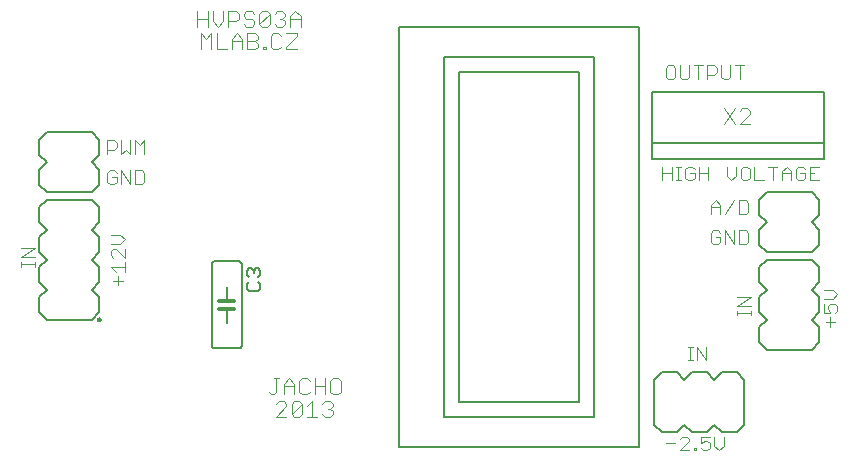
<source format=gbr>
G75*
G70*
%OFA0B0*%
%FSLAX24Y24*%
%IPPOS*%
%LPD*%
%AMOC8*
5,1,8,0,0,1.08239X$1,22.5*
%
%ADD10C,0.0040*%
%ADD11C,0.0050*%
%ADD12C,0.0120*%
%ADD13C,0.0060*%
D10*
X008945Y005375D02*
X009032Y005288D01*
X009118Y005288D01*
X009205Y005375D01*
X009205Y005809D01*
X009118Y005809D02*
X009292Y005809D01*
X009461Y005635D02*
X009634Y005809D01*
X009808Y005635D01*
X009808Y005288D01*
X009976Y005375D02*
X010063Y005288D01*
X010237Y005288D01*
X010323Y005375D01*
X010492Y005288D02*
X010492Y005809D01*
X010323Y005722D02*
X010237Y005809D01*
X010063Y005809D01*
X009976Y005722D01*
X009976Y005375D01*
X009808Y005549D02*
X009461Y005549D01*
X009461Y005635D02*
X009461Y005288D01*
X009455Y005059D02*
X009282Y005059D01*
X009195Y004972D01*
X009455Y005059D02*
X009542Y004972D01*
X009542Y004885D01*
X009195Y004538D01*
X009542Y004538D01*
X009711Y004625D02*
X010058Y004972D01*
X010058Y004625D01*
X009971Y004538D01*
X009797Y004538D01*
X009711Y004625D01*
X009711Y004972D01*
X009797Y005059D01*
X009971Y005059D01*
X010058Y004972D01*
X010226Y004885D02*
X010400Y005059D01*
X010400Y004538D01*
X010573Y004538D02*
X010226Y004538D01*
X010742Y004625D02*
X010829Y004538D01*
X011002Y004538D01*
X011089Y004625D01*
X011089Y004712D01*
X011002Y004799D01*
X010915Y004799D01*
X011002Y004799D02*
X011089Y004885D01*
X011089Y004972D01*
X011002Y005059D01*
X010829Y005059D01*
X010742Y004972D01*
X010839Y005288D02*
X010839Y005809D01*
X011008Y005722D02*
X011094Y005809D01*
X011268Y005809D01*
X011355Y005722D01*
X011355Y005375D01*
X011268Y005288D01*
X011094Y005288D01*
X011008Y005375D01*
X011008Y005722D01*
X010839Y005549D02*
X010492Y005549D01*
X004078Y009067D02*
X003771Y009067D01*
X003925Y008913D02*
X003925Y009220D01*
X003848Y009374D02*
X003695Y009527D01*
X004155Y009527D01*
X004155Y009374D02*
X004155Y009681D01*
X004155Y009834D02*
X003848Y010141D01*
X003771Y010141D01*
X003695Y010064D01*
X003695Y009911D01*
X003771Y009834D01*
X004155Y009834D02*
X004155Y010141D01*
X004002Y010294D02*
X004155Y010448D01*
X004002Y010601D01*
X003695Y010601D01*
X003695Y010294D02*
X004002Y010294D01*
X001155Y010152D02*
X000695Y010152D01*
X000695Y009845D02*
X001155Y010152D01*
X001155Y009845D02*
X000695Y009845D01*
X000695Y009692D02*
X000695Y009538D01*
X000695Y009615D02*
X001155Y009615D01*
X001155Y009538D02*
X001155Y009692D01*
X003647Y012288D02*
X003800Y012288D01*
X003877Y012365D01*
X003877Y012519D01*
X003723Y012519D01*
X003570Y012672D02*
X003570Y012365D01*
X003647Y012288D01*
X004030Y012288D02*
X004030Y012749D01*
X004337Y012288D01*
X004337Y012749D01*
X004491Y012749D02*
X004721Y012749D01*
X004798Y012672D01*
X004798Y012365D01*
X004721Y012288D01*
X004491Y012288D01*
X004491Y012749D01*
X003877Y012672D02*
X003800Y012749D01*
X003647Y012749D01*
X003570Y012672D01*
X003570Y013288D02*
X003570Y013749D01*
X003800Y013749D01*
X003877Y013672D01*
X003877Y013519D01*
X003800Y013442D01*
X003570Y013442D01*
X004030Y013288D02*
X004030Y013749D01*
X004337Y013749D02*
X004337Y013288D01*
X004184Y013442D01*
X004030Y013288D01*
X004491Y013288D02*
X004491Y013749D01*
X004644Y013595D01*
X004798Y013749D01*
X004798Y013288D01*
X006695Y016788D02*
X006695Y017309D01*
X006868Y017135D01*
X007042Y017309D01*
X007042Y016788D01*
X007211Y016788D02*
X007558Y016788D01*
X007726Y016788D02*
X007726Y017135D01*
X007900Y017309D01*
X008073Y017135D01*
X008073Y016788D01*
X008242Y016788D02*
X008502Y016788D01*
X008589Y016875D01*
X008589Y016962D01*
X008502Y017049D01*
X008242Y017049D01*
X008073Y017049D02*
X007726Y017049D01*
X007211Y017309D02*
X007211Y016788D01*
X008242Y016788D02*
X008242Y017309D01*
X008502Y017309D01*
X008589Y017222D01*
X008589Y017135D01*
X008502Y017049D01*
X008758Y016875D02*
X008844Y016875D01*
X008844Y016788D01*
X008758Y016788D01*
X008758Y016875D01*
X009015Y016875D02*
X009102Y016788D01*
X009276Y016788D01*
X009362Y016875D01*
X009531Y016875D02*
X009531Y016788D01*
X009878Y016788D01*
X009531Y016875D02*
X009878Y017222D01*
X009878Y017309D01*
X009531Y017309D01*
X009362Y017222D02*
X009276Y017309D01*
X009102Y017309D01*
X009015Y017222D01*
X009015Y016875D01*
X008893Y017538D02*
X008719Y017538D01*
X008633Y017625D01*
X008980Y017972D01*
X008980Y017625D01*
X008893Y017538D01*
X009148Y017625D02*
X009235Y017538D01*
X009408Y017538D01*
X009495Y017625D01*
X009495Y017712D01*
X009408Y017799D01*
X009322Y017799D01*
X009408Y017799D02*
X009495Y017885D01*
X009495Y017972D01*
X009408Y018059D01*
X009235Y018059D01*
X009148Y017972D01*
X008980Y017972D02*
X008893Y018059D01*
X008719Y018059D01*
X008633Y017972D01*
X008633Y017625D01*
X008464Y017625D02*
X008377Y017538D01*
X008204Y017538D01*
X008117Y017625D01*
X008204Y017799D02*
X008377Y017799D01*
X008464Y017712D01*
X008464Y017625D01*
X008204Y017799D02*
X008117Y017885D01*
X008117Y017972D01*
X008204Y018059D01*
X008377Y018059D01*
X008464Y017972D01*
X007948Y017972D02*
X007948Y017799D01*
X007862Y017712D01*
X007601Y017712D01*
X007433Y017712D02*
X007433Y018059D01*
X007601Y018059D02*
X007862Y018059D01*
X007948Y017972D01*
X007601Y018059D02*
X007601Y017538D01*
X007433Y017712D02*
X007259Y017538D01*
X007086Y017712D01*
X007086Y018059D01*
X006917Y018059D02*
X006917Y017538D01*
X006570Y017538D02*
X006570Y018059D01*
X006570Y017799D02*
X006917Y017799D01*
X009664Y017799D02*
X010011Y017799D01*
X010011Y017885D02*
X010011Y017538D01*
X009664Y017538D02*
X009664Y017885D01*
X009837Y018059D01*
X010011Y017885D01*
X022195Y016172D02*
X022195Y015865D01*
X022272Y015788D01*
X022425Y015788D01*
X022502Y015865D01*
X022502Y016172D01*
X022425Y016249D01*
X022272Y016249D01*
X022195Y016172D01*
X022655Y016249D02*
X022655Y015865D01*
X022732Y015788D01*
X022886Y015788D01*
X022962Y015865D01*
X022962Y016249D01*
X023116Y016249D02*
X023423Y016249D01*
X023576Y016249D02*
X023806Y016249D01*
X023883Y016172D01*
X023883Y016019D01*
X023806Y015942D01*
X023576Y015942D01*
X023576Y015788D02*
X023576Y016249D01*
X023269Y016249D02*
X023269Y015788D01*
X024037Y015865D02*
X024113Y015788D01*
X024267Y015788D01*
X024343Y015865D01*
X024343Y016249D01*
X024497Y016249D02*
X024804Y016249D01*
X024650Y016249D02*
X024650Y015788D01*
X024037Y015865D02*
X024037Y016249D01*
X024134Y014809D02*
X024481Y014288D01*
X024650Y014288D02*
X024997Y014635D01*
X024997Y014722D01*
X024910Y014809D01*
X024736Y014809D01*
X024650Y014722D01*
X024481Y014809D02*
X024134Y014288D01*
X024650Y014288D02*
X024997Y014288D01*
X024909Y012874D02*
X024986Y012797D01*
X024986Y012490D01*
X024909Y012413D01*
X024756Y012413D01*
X024679Y012490D01*
X024679Y012797D01*
X024756Y012874D01*
X024909Y012874D01*
X025139Y012874D02*
X025139Y012413D01*
X025446Y012413D01*
X025753Y012413D02*
X025753Y012874D01*
X025600Y012874D02*
X025907Y012874D01*
X026060Y012720D02*
X026214Y012874D01*
X026367Y012720D01*
X026367Y012413D01*
X026520Y012490D02*
X026597Y012413D01*
X026751Y012413D01*
X026827Y012490D01*
X026827Y012644D01*
X026674Y012644D01*
X026827Y012797D02*
X026751Y012874D01*
X026597Y012874D01*
X026520Y012797D01*
X026520Y012490D01*
X026367Y012644D02*
X026060Y012644D01*
X026060Y012720D02*
X026060Y012413D01*
X026981Y012413D02*
X027288Y012413D01*
X027134Y012644D02*
X026981Y012644D01*
X026981Y012874D02*
X026981Y012413D01*
X026981Y012874D02*
X027288Y012874D01*
X024923Y011672D02*
X024923Y011365D01*
X024846Y011288D01*
X024616Y011288D01*
X024616Y011749D01*
X024846Y011749D01*
X024923Y011672D01*
X024462Y011749D02*
X024155Y011288D01*
X024002Y011288D02*
X024002Y011595D01*
X023848Y011749D01*
X023695Y011595D01*
X023695Y011288D01*
X023695Y011519D02*
X024002Y011519D01*
X023925Y010749D02*
X023772Y010749D01*
X023695Y010672D01*
X023695Y010365D01*
X023772Y010288D01*
X023925Y010288D01*
X024002Y010365D01*
X024002Y010519D01*
X023848Y010519D01*
X024002Y010672D02*
X023925Y010749D01*
X024155Y010749D02*
X024462Y010288D01*
X024462Y010749D01*
X024616Y010749D02*
X024846Y010749D01*
X024923Y010672D01*
X024923Y010365D01*
X024846Y010288D01*
X024616Y010288D01*
X024616Y010749D01*
X024155Y010749D02*
X024155Y010288D01*
X024570Y008527D02*
X025030Y008527D01*
X024570Y008220D01*
X025030Y008220D01*
X025030Y008067D02*
X025030Y007913D01*
X025030Y007990D02*
X024570Y007990D01*
X024570Y007913D02*
X024570Y008067D01*
X023542Y006874D02*
X023542Y006413D01*
X023235Y006874D01*
X023235Y006413D01*
X023081Y006413D02*
X022928Y006413D01*
X023004Y006413D02*
X023004Y006874D01*
X022928Y006874D02*
X023081Y006874D01*
X027445Y007999D02*
X027675Y007999D01*
X027598Y008152D01*
X027598Y008229D01*
X027675Y008306D01*
X027828Y008306D01*
X027905Y008229D01*
X027905Y008075D01*
X027828Y007999D01*
X027675Y007845D02*
X027675Y007538D01*
X027521Y007692D02*
X027828Y007692D01*
X027445Y007999D02*
X027445Y008306D01*
X027445Y008459D02*
X027752Y008459D01*
X027905Y008613D01*
X027752Y008766D01*
X027445Y008766D01*
X024372Y012413D02*
X024525Y012567D01*
X024525Y012874D01*
X024218Y012874D02*
X024218Y012567D01*
X024372Y012413D01*
X023605Y012413D02*
X023605Y012874D01*
X023605Y012644D02*
X023298Y012644D01*
X023144Y012644D02*
X023144Y012490D01*
X023068Y012413D01*
X022914Y012413D01*
X022837Y012490D01*
X022837Y012797D01*
X022914Y012874D01*
X023068Y012874D01*
X023144Y012797D01*
X023144Y012644D02*
X022991Y012644D01*
X023298Y012874D02*
X023298Y012413D01*
X022684Y012413D02*
X022530Y012413D01*
X022607Y012413D02*
X022607Y012874D01*
X022530Y012874D02*
X022684Y012874D01*
X022377Y012874D02*
X022377Y012413D01*
X022377Y012644D02*
X022070Y012644D01*
X022070Y012874D02*
X022070Y012413D01*
X022732Y003874D02*
X022655Y003797D01*
X022732Y003874D02*
X022886Y003874D01*
X022962Y003797D01*
X022962Y003720D01*
X022655Y003413D01*
X022962Y003413D01*
X023116Y003413D02*
X023193Y003413D01*
X023193Y003490D01*
X023116Y003490D01*
X023116Y003413D01*
X023346Y003490D02*
X023423Y003413D01*
X023576Y003413D01*
X023653Y003490D01*
X023653Y003644D01*
X023576Y003720D01*
X023499Y003720D01*
X023346Y003644D01*
X023346Y003874D01*
X023653Y003874D01*
X023806Y003874D02*
X023806Y003567D01*
X023960Y003413D01*
X024113Y003567D01*
X024113Y003874D01*
X022502Y003644D02*
X022195Y003644D01*
D11*
X021300Y003518D02*
X021300Y017518D01*
X013300Y017518D01*
X013300Y003518D01*
X021300Y003518D01*
X019800Y004518D02*
X019800Y016518D01*
X014800Y016518D01*
X014800Y004518D01*
X019800Y004518D01*
X019300Y005018D02*
X019300Y016018D01*
X015300Y016018D01*
X015300Y005018D01*
X019300Y005018D01*
X008675Y008798D02*
X008675Y008948D01*
X008600Y009023D01*
X008600Y009183D02*
X008675Y009258D01*
X008675Y009408D01*
X008600Y009483D01*
X008525Y009483D01*
X008450Y009408D01*
X008450Y009333D01*
X008450Y009408D02*
X008375Y009483D01*
X008300Y009483D01*
X008225Y009408D01*
X008225Y009258D01*
X008300Y009183D01*
X008300Y009023D02*
X008225Y008948D01*
X008225Y008798D01*
X008300Y008723D01*
X008600Y008723D01*
X008675Y008798D01*
X003250Y007768D02*
X003252Y007781D01*
X003257Y007794D01*
X003266Y007805D01*
X003277Y007812D01*
X003290Y007817D01*
X003303Y007818D01*
X003317Y007815D01*
X003329Y007809D01*
X003339Y007800D01*
X003346Y007788D01*
X003350Y007775D01*
X003350Y007761D01*
X003346Y007748D01*
X003339Y007736D01*
X003329Y007727D01*
X003317Y007721D01*
X003303Y007718D01*
X003290Y007719D01*
X003277Y007724D01*
X003266Y007731D01*
X003257Y007742D01*
X003252Y007755D01*
X003250Y007768D01*
X021737Y013118D02*
X027446Y013118D01*
X027446Y013668D01*
X021737Y013668D01*
X021737Y015368D01*
X027446Y015368D01*
X027446Y013668D01*
X021737Y013668D02*
X021737Y013118D01*
D12*
X007800Y008388D02*
X007550Y008388D01*
X007300Y008388D01*
X007300Y008138D02*
X007550Y008138D01*
X007800Y008138D01*
D13*
X007550Y008138D02*
X007550Y007668D01*
X007550Y008388D02*
X007550Y008868D01*
X007050Y009618D02*
X007052Y009635D01*
X007056Y009652D01*
X007063Y009668D01*
X007073Y009682D01*
X007086Y009695D01*
X007100Y009705D01*
X007116Y009712D01*
X007133Y009716D01*
X007150Y009718D01*
X007950Y009718D01*
X007967Y009716D01*
X007984Y009712D01*
X008000Y009705D01*
X008014Y009695D01*
X008027Y009682D01*
X008037Y009668D01*
X008044Y009652D01*
X008048Y009635D01*
X008050Y009618D01*
X008050Y006918D01*
X008048Y006901D01*
X008044Y006884D01*
X008037Y006868D01*
X008027Y006854D01*
X008014Y006841D01*
X008000Y006831D01*
X007984Y006824D01*
X007967Y006820D01*
X007950Y006818D01*
X007150Y006818D01*
X007133Y006820D01*
X007116Y006824D01*
X007100Y006831D01*
X007086Y006841D01*
X007073Y006854D01*
X007063Y006868D01*
X007056Y006884D01*
X007052Y006901D01*
X007050Y006918D01*
X007050Y009618D01*
X003300Y009518D02*
X003300Y009018D01*
X003050Y008768D01*
X003300Y008518D01*
X003300Y008018D01*
X003050Y007768D01*
X001550Y007768D01*
X001300Y008018D01*
X001300Y008518D01*
X001550Y008768D01*
X001300Y009018D01*
X001300Y009518D01*
X001550Y009768D01*
X001300Y010018D01*
X001300Y010518D01*
X001550Y010768D01*
X001300Y011018D01*
X001300Y011518D01*
X001550Y011768D01*
X003050Y011768D01*
X003300Y011518D01*
X003300Y011018D01*
X003050Y010768D01*
X003300Y010518D01*
X003300Y010018D01*
X003050Y009768D01*
X003300Y009518D01*
X003050Y012018D02*
X001550Y012018D01*
X001300Y012268D01*
X001300Y012768D01*
X001550Y013018D01*
X001300Y013268D01*
X001300Y013768D01*
X001550Y014018D01*
X003050Y014018D01*
X003300Y013768D01*
X003300Y013268D01*
X003050Y013018D01*
X003300Y012768D01*
X003300Y012268D01*
X003050Y012018D01*
X021800Y005768D02*
X021800Y004268D01*
X022050Y004018D01*
X022550Y004018D01*
X022800Y004268D01*
X023050Y004018D01*
X023550Y004018D01*
X023800Y004268D01*
X024050Y004018D01*
X024550Y004018D01*
X024800Y004268D01*
X024800Y005768D01*
X024550Y006018D01*
X024050Y006018D01*
X023800Y005768D01*
X023550Y006018D01*
X023050Y006018D01*
X022800Y005768D01*
X022550Y006018D01*
X022050Y006018D01*
X021800Y005768D01*
X025300Y007018D02*
X025550Y006768D01*
X027050Y006768D01*
X027300Y007018D01*
X027300Y007518D01*
X027050Y007768D01*
X027300Y008018D01*
X027300Y008518D01*
X027050Y008768D01*
X027300Y009018D01*
X027300Y009518D01*
X027050Y009768D01*
X025550Y009768D01*
X025300Y009518D01*
X025300Y009018D01*
X025550Y008768D01*
X025300Y008518D01*
X025300Y008018D01*
X025550Y007768D01*
X025300Y007518D01*
X025300Y007018D01*
X025550Y010018D02*
X025300Y010268D01*
X025300Y010768D01*
X025550Y011018D01*
X025300Y011268D01*
X025300Y011768D01*
X025550Y012018D01*
X027050Y012018D01*
X027300Y011768D01*
X027300Y011268D01*
X027050Y011018D01*
X027300Y010768D01*
X027300Y010268D01*
X027050Y010018D01*
X025550Y010018D01*
M02*

</source>
